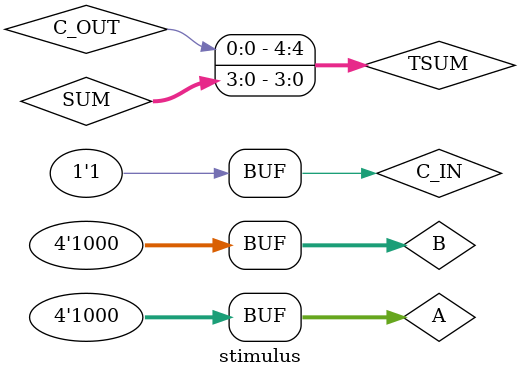
<source format=v>
module stimulus; 
  wire [3:0] SUM;
  wire C_OUT;
  reg [3:0] A, B;
  reg C_IN;
  wire [4:0] TSUM  = {C_OUT, SUM}; // Implicit assignment

  CLA cla(SUM, C_OUT, C_IN, A, B);

  initial begin
      // Display inputs A, B, outputs SUM, C_OUT, and TSUM
      $monitor($time, " A = %b B = %b, C_IN = %b, SUM = %b, C_OUT = %b, TSUM = %b", A, B, C_IN, SUM, C_OUT, TSUM);

      // Initialize inputs A, B, and C_IN
      A = 4'b0000; B = 4'b0000; C_IN = 1'b0;
      #5 A = 4'b0001; B = 4'b0001; C_IN = 1'b0;
      #5 A = 4'b0010; B = 4'b0010; C_IN = 1'b0;
      #5 A = 4'b0011; B = 4'b0011; C_IN = 1'b0;
      #5 A = 4'b0100; B = 4'b0100; C_IN = 1'b0;
      #5 A = 4'b0101; B = 4'b0101; C_IN = 1'b0;
      #5 A = 4'b0110; B = 4'b0110; C_IN = 1'b0;
      #5 A = 4'b0111; B = 4'b0111; C_IN = 1'b0;
      #5 A = 4'b1000; B = 4'b1000; C_IN = 1'b0;
      #5 A = 4'b1001; B = 4'b1001; C_IN = 1'b0;
      #5 A = 4'b1010; B = 4'b1010; C_IN = 1'b0;
      #5 A = 4'b1011; B = 4'b1011; C_IN = 1'b0;
      #5 A = 4'b1100; B = 4'b1100; C_IN = 1'b0;
      #5 A = 4'b1101; B = 4'b1101; C_IN = 1'b0;
      #5 A = 4'b1110; B = 4'b1110; C_IN = 1'b0;
      #5 A = 4'b1111; B = 4'b1111; C_IN = 1'b0;

      // Test with different carry-in values
      #5 A = 4'b0001; B = 4'b0001; C_IN = 1'b1;
      #5 A = 4'b0010; B = 4'b0010; C_IN = 1'b1;
      #5 A = 4'b0100; B = 4'b0100; C_IN = 1'b1;
      #5 A = 4'b1000; B = 4'b1000; C_IN = 1'b1;
  end
endmodule
</source>
